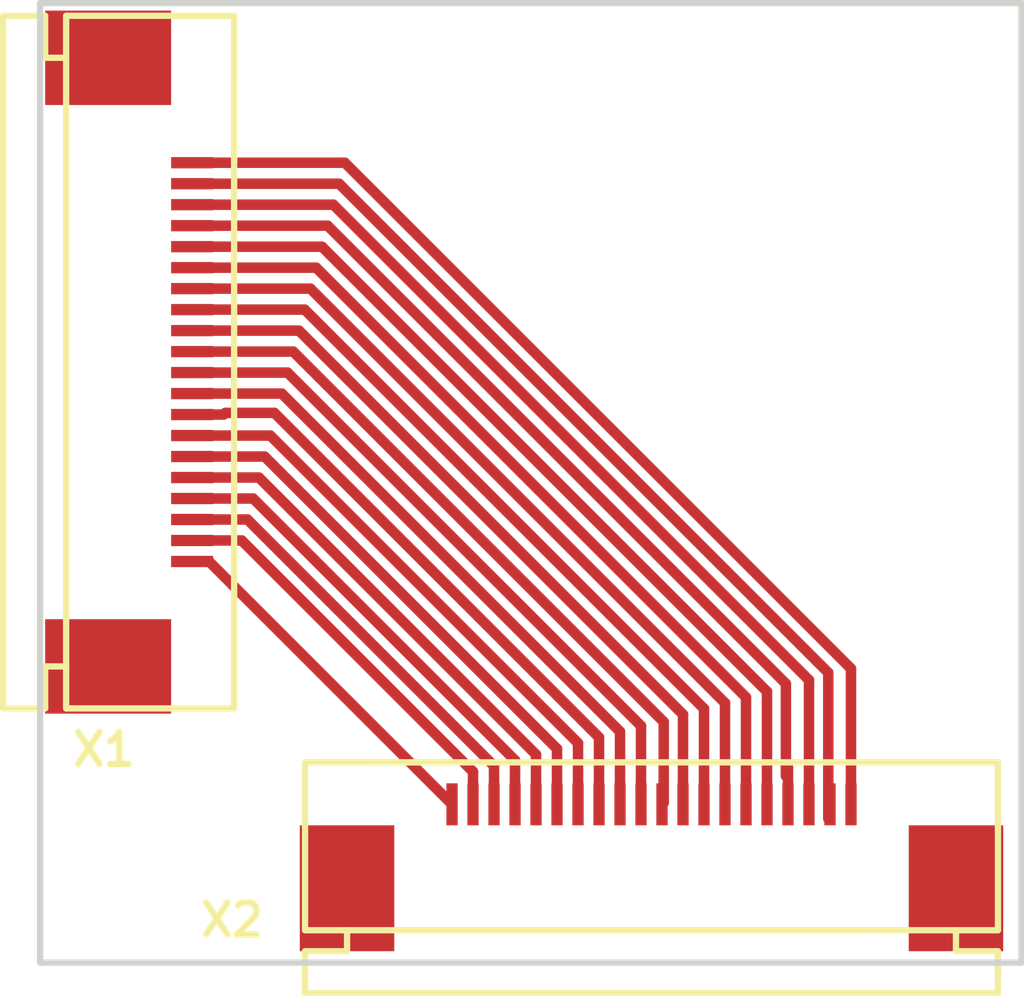
<source format=kicad_pcb>
(kicad_pcb (version 4) (host pcbnew 4.0.7-e2-6376~58~ubuntu16.04.1)

  (general
    (links 20)
    (no_connects 0)
    (area 138.036999 89.262429 162.635001 113.778601)
    (thickness 1.6)
    (drawings 4)
    (tracks 80)
    (zones 0)
    (modules 2)
    (nets 21)
  )

  (page A4)
  (layers
    (0 F.Cu signal)
    (31 B.Cu signal)
    (32 B.Adhes user)
    (33 F.Adhes user)
    (34 B.Paste user)
    (35 F.Paste user)
    (36 B.SilkS user)
    (37 F.SilkS user)
    (38 B.Mask user)
    (39 F.Mask user)
    (40 Dwgs.User user)
    (41 Cmts.User user)
    (42 Eco1.User user)
    (43 Eco2.User user)
    (44 Edge.Cuts user)
    (45 Margin user)
    (46 B.CrtYd user)
    (47 F.CrtYd user)
    (48 B.Fab user)
    (49 F.Fab user)
  )

  (setup
    (last_trace_width 0.25)
    (trace_clearance 0.2)
    (zone_clearance 0.508)
    (zone_45_only no)
    (trace_min 0.2)
    (segment_width 0.2)
    (edge_width 0.15)
    (via_size 0.6)
    (via_drill 0.4)
    (via_min_size 0.4)
    (via_min_drill 0.3)
    (uvia_size 0.3)
    (uvia_drill 0.1)
    (uvias_allowed no)
    (uvia_min_size 0.2)
    (uvia_min_drill 0.1)
    (pcb_text_width 0.3)
    (pcb_text_size 1.5 1.5)
    (mod_edge_width 0.15)
    (mod_text_size 1 1)
    (mod_text_width 0.15)
    (pad_size 1.524 1.524)
    (pad_drill 0.762)
    (pad_to_mask_clearance 0.2)
    (aux_axis_origin 0 0)
    (visible_elements FFFFFF7F)
    (pcbplotparams
      (layerselection 0x00030_80000001)
      (usegerberextensions false)
      (excludeedgelayer true)
      (linewidth 0.100000)
      (plotframeref false)
      (viasonmask false)
      (mode 1)
      (useauxorigin false)
      (hpglpennumber 1)
      (hpglpenspeed 20)
      (hpglpendiameter 15)
      (hpglpenoverlay 2)
      (psnegative false)
      (psa4output false)
      (plotreference true)
      (plotvalue true)
      (plotinvisibletext false)
      (padsonsilk false)
      (subtractmaskfromsilk false)
      (outputformat 1)
      (mirror false)
      (drillshape 1)
      (scaleselection 1)
      (outputdirectory ""))
  )

  (net 0 "")
  (net 1 "Net-(X1-Pad1)")
  (net 2 "Net-(X1-Pad2)")
  (net 3 "Net-(X1-Pad3)")
  (net 4 "Net-(X1-Pad4)")
  (net 5 "Net-(X1-Pad5)")
  (net 6 "Net-(X1-Pad6)")
  (net 7 "Net-(X1-Pad7)")
  (net 8 "Net-(X1-Pad8)")
  (net 9 "Net-(X1-Pad9)")
  (net 10 "Net-(X1-Pad10)")
  (net 11 "Net-(X1-Pad11)")
  (net 12 "Net-(X1-Pad12)")
  (net 13 "Net-(X1-Pad13)")
  (net 14 "Net-(X1-Pad14)")
  (net 15 "Net-(X1-Pad15)")
  (net 16 "Net-(X1-Pad16)")
  (net 17 "Net-(X1-Pad17)")
  (net 18 "Net-(X1-Pad18)")
  (net 19 "Net-(X1-Pad19)")
  (net 20 "Net-(X1-Pad20)")

  (net_class Default "This is the default net class."
    (clearance 0.2)
    (trace_width 0.25)
    (via_dia 0.6)
    (via_drill 0.4)
    (uvia_dia 0.3)
    (uvia_drill 0.1)
    (add_net "Net-(X1-Pad1)")
    (add_net "Net-(X1-Pad10)")
    (add_net "Net-(X1-Pad11)")
    (add_net "Net-(X1-Pad12)")
    (add_net "Net-(X1-Pad13)")
    (add_net "Net-(X1-Pad14)")
    (add_net "Net-(X1-Pad15)")
    (add_net "Net-(X1-Pad16)")
    (add_net "Net-(X1-Pad17)")
    (add_net "Net-(X1-Pad18)")
    (add_net "Net-(X1-Pad19)")
    (add_net "Net-(X1-Pad2)")
    (add_net "Net-(X1-Pad20)")
    (add_net "Net-(X1-Pad3)")
    (add_net "Net-(X1-Pad4)")
    (add_net "Net-(X1-Pad5)")
    (add_net "Net-(X1-Pad6)")
    (add_net "Net-(X1-Pad7)")
    (add_net "Net-(X1-Pad8)")
    (add_net "Net-(X1-Pad9)")
  )

  (module ffc:CLOUKEU_FPC_20POS_0_5MM (layer F.Cu) (tedit 5A302E3E) (tstamp 5A303186)
    (at 146.812 93.218 270)
    (descr "MSOP10 20pins pitch 0.5mm")
    (path /5A2D8F14)
    (attr smd)
    (fp_text reference X1 (at 14.478 6.096 360) (layer F.SilkS)
      (effects (font (size 0.762 0.762) (thickness 0.1524)))
    )
    (fp_text value CLOUKEU_FPC_20POS_0_5MM (at 4.572 2.032 270) (layer F.SilkS) hide
      (effects (font (size 0.762 0.762) (thickness 0.1524)))
    )
    (fp_line (start -2 7) (end -2 7.5) (layer F.SilkS) (width 0.15))
    (fp_line (start -2 7.5) (end -3 7.5) (layer F.SilkS) (width 0.15))
    (fp_line (start -3 7.5) (end -3 8.5) (layer F.SilkS) (width 0.15))
    (fp_line (start -3 8.5) (end 13.5 8.5) (layer F.SilkS) (width 0.15))
    (fp_line (start 13.5 8.5) (end 13.5 8) (layer F.SilkS) (width 0.15))
    (fp_line (start 13.5 8) (end 13.5 7.5) (layer F.SilkS) (width 0.15))
    (fp_line (start 13.5 7.5) (end 12.5 7.5) (layer F.SilkS) (width 0.15))
    (fp_line (start 12.5 7.5) (end 12.5 7) (layer F.SilkS) (width 0.15))
    (fp_line (start -1.5 3) (end 13.5 3) (layer F.SilkS) (width 0.15))
    (fp_line (start 0.5 3) (end -3 3) (layer F.SilkS) (width 0.15))
    (fp_line (start 13.5 3) (end 13.5 7) (layer F.SilkS) (width 0.15))
    (fp_line (start 13.5 7) (end 10.5 7) (layer F.SilkS) (width 0.15))
    (fp_line (start -3 3) (end -3 7) (layer F.SilkS) (width 0.15))
    (fp_line (start -3 7) (end 10.5 7) (layer F.SilkS) (width 0.15))
    (pad 1 smd rect (at 10 4 90) (size 0.26924 1.00076) (layers F.Cu F.Paste F.Mask)
      (net 1 "Net-(X1-Pad1)"))
    (pad 2 smd rect (at 9.5 4 90) (size 0.26924 1.00076) (layers F.Cu F.Paste F.Mask)
      (net 2 "Net-(X1-Pad2)"))
    (pad 3 smd rect (at 9 4 90) (size 0.26924 1.00076) (layers F.Cu F.Paste F.Mask)
      (net 3 "Net-(X1-Pad3)"))
    (pad 4 smd rect (at 8.5 4 90) (size 0.26924 1.00076) (layers F.Cu F.Paste F.Mask)
      (net 4 "Net-(X1-Pad4)"))
    (pad 5 smd rect (at 8 4 90) (size 0.26924 1.00076) (layers F.Cu F.Paste F.Mask)
      (net 5 "Net-(X1-Pad5)"))
    (pad 6 smd rect (at 7.5 4 90) (size 0.26924 1.00076) (layers F.Cu F.Paste F.Mask)
      (net 6 "Net-(X1-Pad6)"))
    (pad 7 smd rect (at 7 4 90) (size 0.26924 1.00076) (layers F.Cu F.Paste F.Mask)
      (net 7 "Net-(X1-Pad7)"))
    (pad 8 smd rect (at 6.5 4 90) (size 0.26924 1.00076) (layers F.Cu F.Paste F.Mask)
      (net 8 "Net-(X1-Pad8)"))
    (pad 9 smd rect (at 6 4 90) (size 0.26924 1.00076) (layers F.Cu F.Paste F.Mask)
      (net 9 "Net-(X1-Pad9)"))
    (pad 10 smd rect (at 5.5 4 90) (size 0.26924 1.00076) (layers F.Cu F.Paste F.Mask)
      (net 10 "Net-(X1-Pad10)"))
    (pad 11 smd rect (at 5 4 90) (size 0.26924 1.00076) (layers F.Cu F.Paste F.Mask)
      (net 11 "Net-(X1-Pad11)"))
    (pad 12 smd rect (at 4.5 4 90) (size 0.26924 1.00076) (layers F.Cu F.Paste F.Mask)
      (net 12 "Net-(X1-Pad12)"))
    (pad 13 smd rect (at 4 4 90) (size 0.26924 1.00076) (layers F.Cu F.Paste F.Mask)
      (net 13 "Net-(X1-Pad13)"))
    (pad 14 smd rect (at 3.5 4 90) (size 0.26924 1.00076) (layers F.Cu F.Paste F.Mask)
      (net 14 "Net-(X1-Pad14)"))
    (pad 15 smd rect (at 3 4 90) (size 0.26924 1.00076) (layers F.Cu F.Paste F.Mask)
      (net 15 "Net-(X1-Pad15)"))
    (pad 16 smd rect (at 2.5 4 90) (size 0.26924 1.00076) (layers F.Cu F.Paste F.Mask)
      (net 16 "Net-(X1-Pad16)"))
    (pad 17 smd rect (at 2 4 90) (size 0.26924 1.00076) (layers F.Cu F.Paste F.Mask)
      (net 17 "Net-(X1-Pad17)"))
    (pad 18 smd rect (at 1.5 4 90) (size 0.26924 1.00076) (layers F.Cu F.Paste F.Mask)
      (net 18 "Net-(X1-Pad18)"))
    (pad 19 smd rect (at 1 4 90) (size 0.26924 1.00076) (layers F.Cu F.Paste F.Mask)
      (net 19 "Net-(X1-Pad19)"))
    (pad 20 smd rect (at 0.5 4 90) (size 0.26924 1.00076) (layers F.Cu F.Paste F.Mask)
      (net 20 "Net-(X1-Pad20)"))
    (pad M1 smd rect (at -2 6 270) (size 2.25 3) (layers F.Cu F.Paste F.Mask))
    (pad M2 smd rect (at 12.5 6 270) (size 2.25 3) (layers F.Cu F.Paste F.Mask))
    (model smd\MSOP_10.wrl
      (at (xyz 0 0 0))
      (scale (xyz 0.3 0.35 0.3))
      (rotate (xyz 0 0 0))
    )
  )

  (module ffc:CLOUKEU_FPC_20POS_0_5MM (layer F.Cu) (tedit 5A302E42) (tstamp 5A3031AD)
    (at 148.5011 105.0036)
    (descr "MSOP10 20pins pitch 0.5mm")
    (path /5A2D8E3A)
    (attr smd)
    (fp_text reference X2 (at -4.7371 6.7564) (layer F.SilkS)
      (effects (font (size 0.762 0.762) (thickness 0.1524)))
    )
    (fp_text value CLOUKEU_FPC_20POS_0_5MM (at 4.572 2.032) (layer F.SilkS) hide
      (effects (font (size 0.762 0.762) (thickness 0.1524)))
    )
    (fp_line (start -2 7) (end -2 7.5) (layer F.SilkS) (width 0.15))
    (fp_line (start -2 7.5) (end -3 7.5) (layer F.SilkS) (width 0.15))
    (fp_line (start -3 7.5) (end -3 8.5) (layer F.SilkS) (width 0.15))
    (fp_line (start -3 8.5) (end 13.5 8.5) (layer F.SilkS) (width 0.15))
    (fp_line (start 13.5 8.5) (end 13.5 8) (layer F.SilkS) (width 0.15))
    (fp_line (start 13.5 8) (end 13.5 7.5) (layer F.SilkS) (width 0.15))
    (fp_line (start 13.5 7.5) (end 12.5 7.5) (layer F.SilkS) (width 0.15))
    (fp_line (start 12.5 7.5) (end 12.5 7) (layer F.SilkS) (width 0.15))
    (fp_line (start -1.5 3) (end 13.5 3) (layer F.SilkS) (width 0.15))
    (fp_line (start 0.5 3) (end -3 3) (layer F.SilkS) (width 0.15))
    (fp_line (start 13.5 3) (end 13.5 7) (layer F.SilkS) (width 0.15))
    (fp_line (start 13.5 7) (end 10.5 7) (layer F.SilkS) (width 0.15))
    (fp_line (start -3 3) (end -3 7) (layer F.SilkS) (width 0.15))
    (fp_line (start -3 7) (end 10.5 7) (layer F.SilkS) (width 0.15))
    (pad 1 smd rect (at 10 4 180) (size 0.26924 1.00076) (layers F.Cu F.Paste F.Mask)
      (net 20 "Net-(X1-Pad20)"))
    (pad 2 smd rect (at 9.5 4 180) (size 0.26924 1.00076) (layers F.Cu F.Paste F.Mask)
      (net 19 "Net-(X1-Pad19)"))
    (pad 3 smd rect (at 9 4 180) (size 0.26924 1.00076) (layers F.Cu F.Paste F.Mask)
      (net 18 "Net-(X1-Pad18)"))
    (pad 4 smd rect (at 8.5 4 180) (size 0.26924 1.00076) (layers F.Cu F.Paste F.Mask)
      (net 17 "Net-(X1-Pad17)"))
    (pad 5 smd rect (at 8 4 180) (size 0.26924 1.00076) (layers F.Cu F.Paste F.Mask)
      (net 16 "Net-(X1-Pad16)"))
    (pad 6 smd rect (at 7.5 4 180) (size 0.26924 1.00076) (layers F.Cu F.Paste F.Mask)
      (net 15 "Net-(X1-Pad15)"))
    (pad 7 smd rect (at 7 4 180) (size 0.26924 1.00076) (layers F.Cu F.Paste F.Mask)
      (net 14 "Net-(X1-Pad14)"))
    (pad 8 smd rect (at 6.5 4 180) (size 0.26924 1.00076) (layers F.Cu F.Paste F.Mask)
      (net 13 "Net-(X1-Pad13)"))
    (pad 9 smd rect (at 6 4 180) (size 0.26924 1.00076) (layers F.Cu F.Paste F.Mask)
      (net 12 "Net-(X1-Pad12)"))
    (pad 10 smd rect (at 5.5 4 180) (size 0.26924 1.00076) (layers F.Cu F.Paste F.Mask)
      (net 11 "Net-(X1-Pad11)"))
    (pad 11 smd rect (at 5 4 180) (size 0.26924 1.00076) (layers F.Cu F.Paste F.Mask)
      (net 10 "Net-(X1-Pad10)"))
    (pad 12 smd rect (at 4.5 4 180) (size 0.26924 1.00076) (layers F.Cu F.Paste F.Mask)
      (net 9 "Net-(X1-Pad9)"))
    (pad 13 smd rect (at 4 4 180) (size 0.26924 1.00076) (layers F.Cu F.Paste F.Mask)
      (net 8 "Net-(X1-Pad8)"))
    (pad 14 smd rect (at 3.5 4 180) (size 0.26924 1.00076) (layers F.Cu F.Paste F.Mask)
      (net 7 "Net-(X1-Pad7)"))
    (pad 15 smd rect (at 3 4 180) (size 0.26924 1.00076) (layers F.Cu F.Paste F.Mask)
      (net 6 "Net-(X1-Pad6)"))
    (pad 16 smd rect (at 2.5 4 180) (size 0.26924 1.00076) (layers F.Cu F.Paste F.Mask)
      (net 5 "Net-(X1-Pad5)"))
    (pad 17 smd rect (at 2 4 180) (size 0.26924 1.00076) (layers F.Cu F.Paste F.Mask)
      (net 4 "Net-(X1-Pad4)"))
    (pad 18 smd rect (at 1.5 4 180) (size 0.26924 1.00076) (layers F.Cu F.Paste F.Mask)
      (net 3 "Net-(X1-Pad3)"))
    (pad 19 smd rect (at 1 4 180) (size 0.26924 1.00076) (layers F.Cu F.Paste F.Mask)
      (net 2 "Net-(X1-Pad2)"))
    (pad 20 smd rect (at 0.5 4 180) (size 0.26924 1.00076) (layers F.Cu F.Paste F.Mask)
      (net 1 "Net-(X1-Pad1)"))
    (pad M1 smd rect (at -2 6) (size 2.25 3) (layers F.Cu F.Paste F.Mask))
    (pad M2 smd rect (at 12.5 6) (size 2.25 3) (layers F.Cu F.Paste F.Mask))
    (model smd\MSOP_10.wrl
      (at (xyz 0 0 0))
      (scale (xyz 0.3 0.35 0.3))
      (rotate (xyz 0 0 0))
    )
  )

  (gr_line (start 139.192 112.776) (end 139.192 89.916) (angle 90) (layer Edge.Cuts) (width 0.15))
  (gr_line (start 162.56 112.776) (end 139.192 112.776) (angle 90) (layer Edge.Cuts) (width 0.15))
  (gr_line (start 162.56 89.916) (end 162.56 112.776) (angle 90) (layer Edge.Cuts) (width 0.15))
  (gr_line (start 139.192 89.916) (end 162.56 89.916) (angle 90) (layer Edge.Cuts) (width 0.15))

  (segment (start 142.812 103.218) (end 143.2155 103.218) (width 0.25) (layer F.Cu) (net 1))
  (segment (start 143.2155 103.218) (end 149.0011 109.0036) (width 0.25) (layer F.Cu) (net 1) (tstamp 5A2D926C))
  (segment (start 142.812 102.718) (end 143.993 102.718) (width 0.25) (layer F.Cu) (net 2))
  (segment (start 143.993 102.718) (end 149.5011 108.2261) (width 0.25) (layer F.Cu) (net 2))
  (segment (start 149.5011 108.2261) (end 149.5011 108.25322) (width 0.25) (layer F.Cu) (net 2))
  (segment (start 149.5011 108.25322) (end 149.5011 109.0036) (width 0.25) (layer F.Cu) (net 2))
  (segment (start 150.0011 109.0036) (end 150.0011 108.08969) (width 0.25) (layer F.Cu) (net 3))
  (segment (start 150.0011 108.08969) (end 144.12941 102.218) (width 0.25) (layer F.Cu) (net 3))
  (segment (start 144.12941 102.218) (end 143.56238 102.218) (width 0.25) (layer F.Cu) (net 3))
  (segment (start 143.56238 102.218) (end 142.812 102.218) (width 0.25) (layer F.Cu) (net 3))
  (segment (start 142.812 101.718) (end 144.26582 101.718) (width 0.25) (layer F.Cu) (net 4))
  (segment (start 144.26582 101.718) (end 150.5011 107.95328) (width 0.25) (layer F.Cu) (net 4))
  (segment (start 150.5011 107.95328) (end 150.5011 108.25322) (width 0.25) (layer F.Cu) (net 4))
  (segment (start 150.5011 108.25322) (end 150.5011 109.0036) (width 0.25) (layer F.Cu) (net 4))
  (segment (start 151.0011 109.0036) (end 151.0011 107.81687) (width 0.25) (layer F.Cu) (net 5))
  (segment (start 144.40223 101.218) (end 143.56238 101.218) (width 0.25) (layer F.Cu) (net 5))
  (segment (start 151.0011 107.81687) (end 144.40223 101.218) (width 0.25) (layer F.Cu) (net 5))
  (segment (start 143.56238 101.218) (end 142.812 101.218) (width 0.25) (layer F.Cu) (net 5))
  (segment (start 142.812 100.718) (end 144.53864 100.718) (width 0.25) (layer F.Cu) (net 6))
  (segment (start 144.53864 100.718) (end 151.5011 107.68046) (width 0.25) (layer F.Cu) (net 6))
  (segment (start 151.5011 107.68046) (end 151.5011 108.25322) (width 0.25) (layer F.Cu) (net 6))
  (segment (start 151.5011 108.25322) (end 151.5011 109.0036) (width 0.25) (layer F.Cu) (net 6))
  (segment (start 142.812 100.218) (end 144.67505 100.218) (width 0.25) (layer F.Cu) (net 7))
  (segment (start 144.67505 100.218) (end 152.0011 107.54405) (width 0.25) (layer F.Cu) (net 7))
  (segment (start 152.0011 107.54405) (end 152.0011 108.25322) (width 0.25) (layer F.Cu) (net 7))
  (segment (start 152.0011 108.25322) (end 152.0011 109.0036) (width 0.25) (layer F.Cu) (net 7))
  (segment (start 142.812 99.718) (end 143.56238 99.718) (width 0.25) (layer F.Cu) (net 8))
  (segment (start 143.56238 99.718) (end 143.602759 99.677621) (width 0.25) (layer F.Cu) (net 8))
  (segment (start 143.602759 99.677621) (end 144.771081 99.677621) (width 0.25) (layer F.Cu) (net 8))
  (segment (start 152.5011 109.0036) (end 152.5011 107.40764) (width 0.25) (layer F.Cu) (net 8))
  (segment (start 152.5011 107.40764) (end 144.771081 99.677621) (width 0.25) (layer F.Cu) (net 8))
  (segment (start 142.812 99.218) (end 144.94787 99.218) (width 0.25) (layer F.Cu) (net 9))
  (segment (start 144.94787 99.218) (end 153.0011 107.27123) (width 0.25) (layer F.Cu) (net 9))
  (segment (start 153.0011 107.27123) (end 153.0011 108.25322) (width 0.25) (layer F.Cu) (net 9))
  (segment (start 153.0011 108.25322) (end 153.0011 109.0036) (width 0.25) (layer F.Cu) (net 9))
  (segment (start 153.5011 109.0036) (end 153.5011 107.13482) (width 0.25) (layer F.Cu) (net 10))
  (segment (start 145.08428 98.718) (end 143.56238 98.718) (width 0.25) (layer F.Cu) (net 10))
  (segment (start 153.5011 107.13482) (end 145.08428 98.718) (width 0.25) (layer F.Cu) (net 10))
  (segment (start 143.56238 98.718) (end 142.812 98.718) (width 0.25) (layer F.Cu) (net 10))
  (segment (start 142.812 98.218) (end 145.22069 98.218) (width 0.25) (layer F.Cu) (net 11))
  (segment (start 154.041479 107.038789) (end 154.041479 108.963221) (width 0.25) (layer F.Cu) (net 11))
  (segment (start 145.22069 98.218) (end 154.041479 107.038789) (width 0.25) (layer F.Cu) (net 11))
  (segment (start 154.041479 108.963221) (end 154.0011 109.0036) (width 0.25) (layer F.Cu) (net 11))
  (segment (start 154.5011 109.0036) (end 154.5011 106.862) (width 0.25) (layer F.Cu) (net 12))
  (segment (start 145.3571 97.718) (end 143.56238 97.718) (width 0.25) (layer F.Cu) (net 12))
  (segment (start 143.56238 97.718) (end 142.812 97.718) (width 0.25) (layer F.Cu) (net 12))
  (segment (start 154.5011 106.862) (end 145.3571 97.718) (width 0.25) (layer F.Cu) (net 12))
  (segment (start 142.812 97.218) (end 145.49351 97.218) (width 0.25) (layer F.Cu) (net 13))
  (segment (start 145.49351 97.218) (end 155.0011 106.72559) (width 0.25) (layer F.Cu) (net 13))
  (segment (start 155.0011 106.72559) (end 155.0011 108.25322) (width 0.25) (layer F.Cu) (net 13))
  (segment (start 155.0011 108.25322) (end 155.0011 109.0036) (width 0.25) (layer F.Cu) (net 13))
  (segment (start 155.5011 109.0036) (end 155.5011 106.58918) (width 0.25) (layer F.Cu) (net 14))
  (segment (start 155.5011 106.58918) (end 145.62992 96.718) (width 0.25) (layer F.Cu) (net 14))
  (segment (start 145.62992 96.718) (end 143.56238 96.718) (width 0.25) (layer F.Cu) (net 14))
  (segment (start 143.56238 96.718) (end 142.812 96.718) (width 0.25) (layer F.Cu) (net 14))
  (segment (start 142.812 96.218) (end 145.76633 96.218) (width 0.25) (layer F.Cu) (net 15))
  (segment (start 145.76633 96.218) (end 156.0011 106.45277) (width 0.25) (layer F.Cu) (net 15))
  (segment (start 156.0011 106.45277) (end 156.0011 108.25322) (width 0.25) (layer F.Cu) (net 15))
  (segment (start 156.0011 108.25322) (end 156.0011 109.0036) (width 0.25) (layer F.Cu) (net 15))
  (segment (start 156.5011 109.0036) (end 156.5011 106.31636) (width 0.25) (layer F.Cu) (net 16))
  (segment (start 156.5011 106.31636) (end 145.90274 95.718) (width 0.25) (layer F.Cu) (net 16))
  (segment (start 145.90274 95.718) (end 143.56238 95.718) (width 0.25) (layer F.Cu) (net 16))
  (segment (start 143.56238 95.718) (end 142.812 95.718) (width 0.25) (layer F.Cu) (net 16))
  (segment (start 156.95111 108.077) (end 156.95111 108.331) (width 0.25) (layer F.Cu) (net 17))
  (segment (start 156.95111 106.12996) (end 156.95111 108.077) (width 0.25) (layer F.Cu) (net 17))
  (segment (start 156.95111 108.077) (end 157.0011 108.12699) (width 0.25) (layer F.Cu) (net 17))
  (segment (start 157.0011 108.12699) (end 157.0011 109.0036) (width 0.25) (layer F.Cu) (net 17))
  (segment (start 142.812 95.218) (end 146.03915 95.218) (width 0.25) (layer F.Cu) (net 17))
  (segment (start 146.03915 95.218) (end 156.95111 106.12996) (width 0.25) (layer F.Cu) (net 17))
  (segment (start 157.5011 109.0036) (end 157.5011 106.04354) (width 0.25) (layer F.Cu) (net 18))
  (segment (start 157.5011 106.04354) (end 146.17556 94.718) (width 0.25) (layer F.Cu) (net 18))
  (segment (start 146.17556 94.718) (end 143.56238 94.718) (width 0.25) (layer F.Cu) (net 18))
  (segment (start 143.56238 94.718) (end 142.812 94.718) (width 0.25) (layer F.Cu) (net 18))
  (segment (start 142.812 94.218) (end 146.31197 94.218) (width 0.25) (layer F.Cu) (net 19))
  (segment (start 146.31197 94.218) (end 157.960721 105.866751) (width 0.25) (layer F.Cu) (net 19))
  (segment (start 157.960721 105.866751) (end 157.960721 109.347) (width 0.25) (layer F.Cu) (net 19))
  (segment (start 158.5011 109.0036) (end 158.5011 105.77072) (width 0.25) (layer F.Cu) (net 20))
  (segment (start 158.5011 105.77072) (end 146.44838 93.718) (width 0.25) (layer F.Cu) (net 20))
  (segment (start 146.44838 93.718) (end 143.56238 93.718) (width 0.25) (layer F.Cu) (net 20))
  (segment (start 143.56238 93.718) (end 142.812 93.718) (width 0.25) (layer F.Cu) (net 20))

)

</source>
